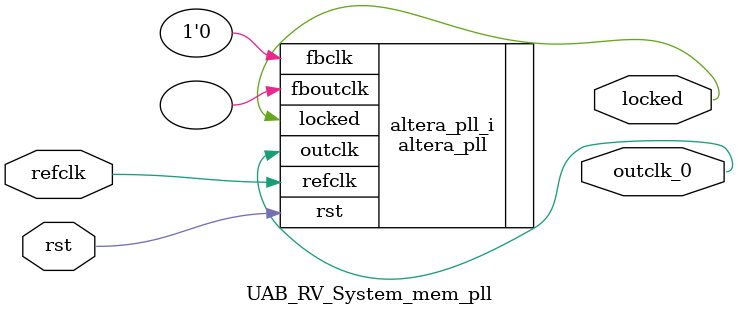
<source format=v>
`timescale 1ns/10ps
module  UAB_RV_System_mem_pll(

	// interface 'refclk'
	input wire refclk,

	// interface 'reset'
	input wire rst,

	// interface 'outclk0'
	output wire outclk_0,

	// interface 'locked'
	output wire locked
);

	altera_pll #(
		.fractional_vco_multiplier("false"),
		.reference_clock_frequency("100.0 MHz"),
		.operation_mode("direct"),
		.number_of_clocks(1),
		.output_clock_frequency0("100.000000 MHz"),
		.phase_shift0("0 ps"),
		.duty_cycle0(50),
		.output_clock_frequency1("0 MHz"),
		.phase_shift1("0 ps"),
		.duty_cycle1(50),
		.output_clock_frequency2("0 MHz"),
		.phase_shift2("0 ps"),
		.duty_cycle2(50),
		.output_clock_frequency3("0 MHz"),
		.phase_shift3("0 ps"),
		.duty_cycle3(50),
		.output_clock_frequency4("0 MHz"),
		.phase_shift4("0 ps"),
		.duty_cycle4(50),
		.output_clock_frequency5("0 MHz"),
		.phase_shift5("0 ps"),
		.duty_cycle5(50),
		.output_clock_frequency6("0 MHz"),
		.phase_shift6("0 ps"),
		.duty_cycle6(50),
		.output_clock_frequency7("0 MHz"),
		.phase_shift7("0 ps"),
		.duty_cycle7(50),
		.output_clock_frequency8("0 MHz"),
		.phase_shift8("0 ps"),
		.duty_cycle8(50),
		.output_clock_frequency9("0 MHz"),
		.phase_shift9("0 ps"),
		.duty_cycle9(50),
		.output_clock_frequency10("0 MHz"),
		.phase_shift10("0 ps"),
		.duty_cycle10(50),
		.output_clock_frequency11("0 MHz"),
		.phase_shift11("0 ps"),
		.duty_cycle11(50),
		.output_clock_frequency12("0 MHz"),
		.phase_shift12("0 ps"),
		.duty_cycle12(50),
		.output_clock_frequency13("0 MHz"),
		.phase_shift13("0 ps"),
		.duty_cycle13(50),
		.output_clock_frequency14("0 MHz"),
		.phase_shift14("0 ps"),
		.duty_cycle14(50),
		.output_clock_frequency15("0 MHz"),
		.phase_shift15("0 ps"),
		.duty_cycle15(50),
		.output_clock_frequency16("0 MHz"),
		.phase_shift16("0 ps"),
		.duty_cycle16(50),
		.output_clock_frequency17("0 MHz"),
		.phase_shift17("0 ps"),
		.duty_cycle17(50),
		.pll_type("General"),
		.pll_subtype("General")
	) altera_pll_i (
		.rst	(rst),
		.outclk	({outclk_0}),
		.locked	(locked),
		.fboutclk	( ),
		.fbclk	(1'b0),
		.refclk	(refclk)
	);
endmodule


</source>
